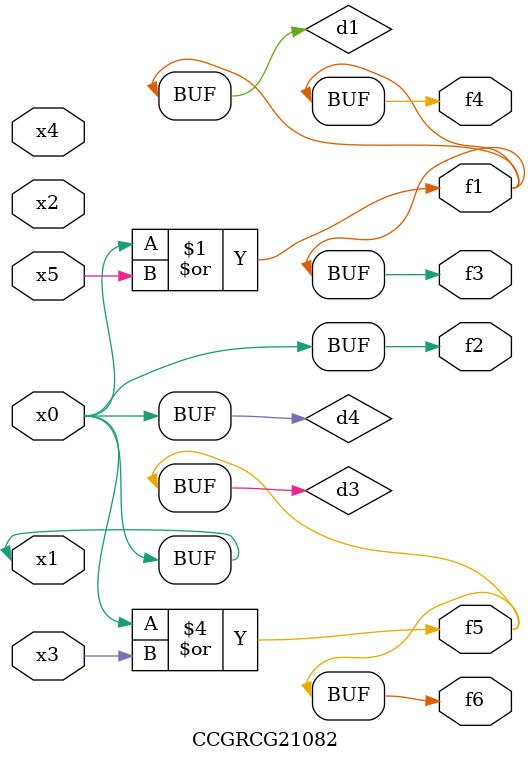
<source format=v>
module CCGRCG21082(
	input x0, x1, x2, x3, x4, x5,
	output f1, f2, f3, f4, f5, f6
);

	wire d1, d2, d3, d4;

	or (d1, x0, x5);
	xnor (d2, x1, x4);
	or (d3, x0, x3);
	buf (d4, x0, x1);
	assign f1 = d1;
	assign f2 = d4;
	assign f3 = d1;
	assign f4 = d1;
	assign f5 = d3;
	assign f6 = d3;
endmodule

</source>
